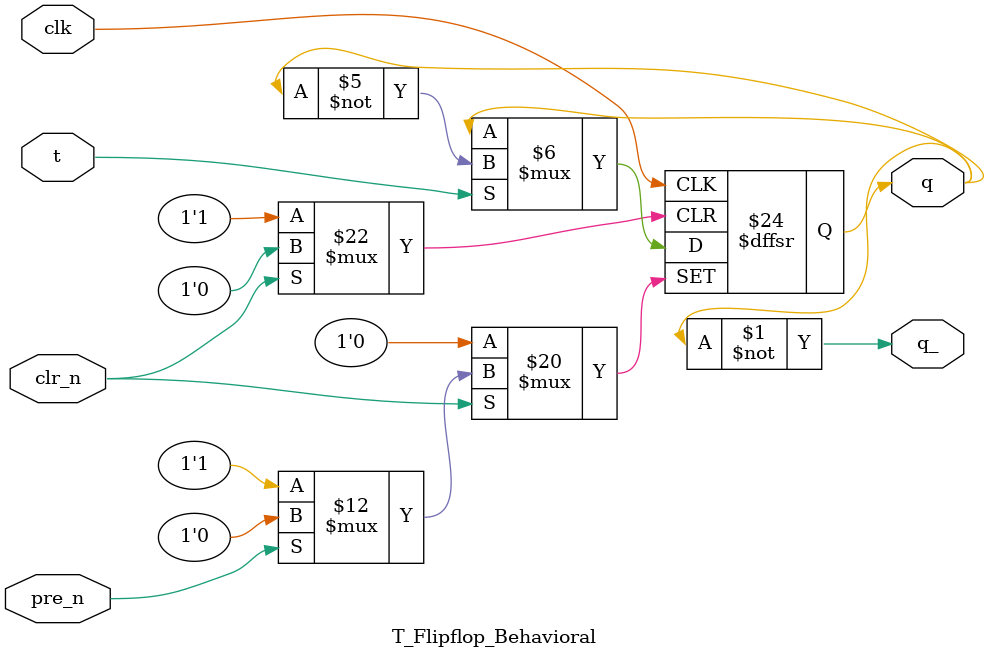
<source format=v>
`timescale 1ns / 1ps


module T_Flipflop_Behavioral(
    q,          // q
    q_,         // q bar
    clk,        // clock
    pre_n,      // preset bar
    clr_n,      // clear bar
    t           // t
    );
    
    output reg q;
    output q_;
    input clk;
    input pre_n;
    input clr_n;
    input t;
    
    assign q_ = ~q;
    
    always@(posedge clk, negedge pre_n, negedge clr_n)
    begin
        if(!pre_n)
            q <= 1'b1;
        
        else if(!clr_n)
            q <= 1'b0;
            
        else if(t)
            q <= ~q;
    end
endmodule

</source>
